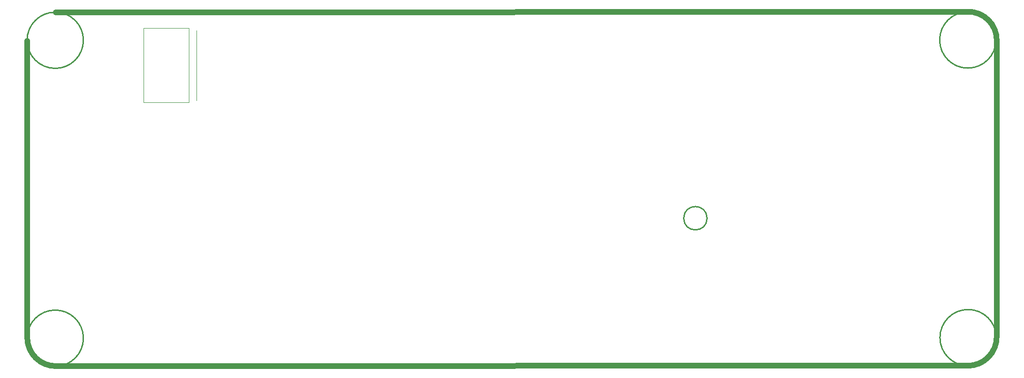
<source format=gko>
G04*
G04 #@! TF.GenerationSoftware,Altium Limited,Altium Designer,22.8.2 (66)*
G04*
G04 Layer_Color=16711935*
%FSLAX44Y44*%
%MOMM*%
G71*
G04*
G04 #@! TF.SameCoordinates,3B6084FD-5DD7-4A75-9D95-E8563ACB50C0*
G04*
G04*
G04 #@! TF.FilePolarity,Positive*
G04*
G01*
G75*
%ADD13C,0.2540*%
%ADD18C,1.0000*%
%ADD19C,0.0254*%
%ADD20C,0.0500*%
D13*
X1205899Y263144D02*
G03*
X1205899Y263144I-20735J0D01*
G01*
X98768Y49784D02*
G03*
X98768Y49784I-50000J0D01*
G01*
Y579628D02*
G03*
X98768Y579628I-50000J0D01*
G01*
X1718780Y580136D02*
G03*
X1718780Y580136I-50000J0D01*
G01*
X1719288Y50800D02*
G03*
X1719288Y50800I-50000J0D01*
G01*
Y579628D01*
X45720Y0D02*
X1670304D01*
X-1016Y47752D02*
Y581152D01*
X48260Y629920D02*
X1671320D01*
D18*
X-899Y50800D02*
G03*
X50253Y119I50683J0D01*
G01*
X1668595Y738D02*
G03*
X1720070Y52692I0J51477D01*
G01*
X1720140Y579741D02*
G03*
X1668988Y630422I-50683J0D01*
G01*
X50253Y-4D02*
X1668595Y738D01*
X1720070Y52692D02*
X1720088Y579741D01*
X49673Y629466D02*
X1668988Y630420D01*
X-1016Y50800D02*
X-1008Y578314D01*
D19*
X299227Y472948D02*
Y597154D01*
D20*
X205930Y468926D02*
X285825D01*
X205930D02*
Y600964D01*
X285825D01*
Y468926D02*
Y600964D01*
M02*

</source>
